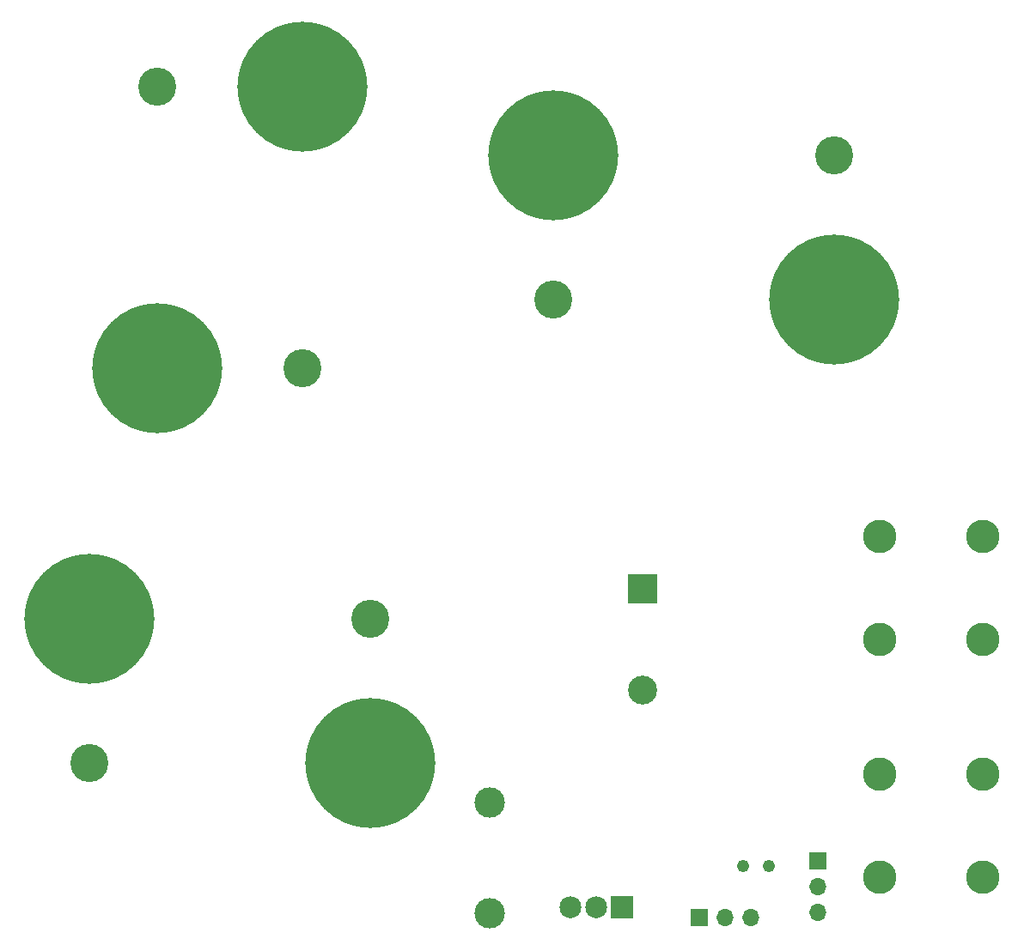
<source format=gbs>
%TF.GenerationSoftware,KiCad,Pcbnew,(6.0.7)*%
%TF.CreationDate,2022-08-27T17:54:50+01:00*%
%TF.ProjectId,Buck Racing 2,4275636b-2052-4616-9369-6e6720322e6b,v01*%
%TF.SameCoordinates,Original*%
%TF.FileFunction,Soldermask,Bot*%
%TF.FilePolarity,Negative*%
%FSLAX46Y46*%
G04 Gerber Fmt 4.6, Leading zero omitted, Abs format (unit mm)*
G04 Created by KiCad (PCBNEW (6.0.7)) date 2022-08-27 17:54:50*
%MOMM*%
%LPD*%
G01*
G04 APERTURE LIST*
%ADD10C,3.000000*%
%ADD11C,3.300000*%
%ADD12C,2.160000*%
%ADD13R,2.160000X2.160000*%
%ADD14C,3.750000*%
%ADD15C,12.816000*%
%ADD16R,2.850000X2.850000*%
%ADD17C,2.850000*%
%ADD18C,1.217000*%
%ADD19R,1.700000X1.700000*%
%ADD20O,1.700000X1.700000*%
G04 APERTURE END LIST*
D10*
X114527600Y-146379200D03*
X114527600Y-135459200D03*
D11*
X163130000Y-119400000D03*
X163130000Y-109240000D03*
X152970000Y-119400000D03*
X152970000Y-109240000D03*
X152970000Y-132709600D03*
X152970000Y-142869600D03*
X163130000Y-132709600D03*
X163130000Y-142869600D03*
D12*
X122428000Y-145796000D03*
X124968000Y-145796000D03*
D13*
X127508000Y-145796000D03*
D14*
X148470000Y-71590000D03*
D15*
X120770000Y-71590000D03*
D14*
X120770000Y-85890000D03*
D15*
X148470000Y-85890000D03*
D14*
X81750000Y-64890000D03*
D15*
X81750000Y-92590000D03*
D14*
X96050000Y-92590000D03*
D15*
X96050000Y-64890000D03*
D14*
X75050000Y-131610000D03*
D15*
X102750000Y-131610000D03*
D14*
X102750000Y-117310000D03*
D15*
X75050000Y-117310000D03*
D16*
X129540000Y-114380000D03*
D17*
X129540000Y-124380000D03*
D18*
X139446000Y-141732000D03*
X141986000Y-141732000D03*
D19*
X146812000Y-141239000D03*
D20*
X146812000Y-143779000D03*
X146812000Y-146319000D03*
D19*
X135143000Y-146812000D03*
D20*
X137683000Y-146812000D03*
X140223000Y-146812000D03*
M02*

</source>
